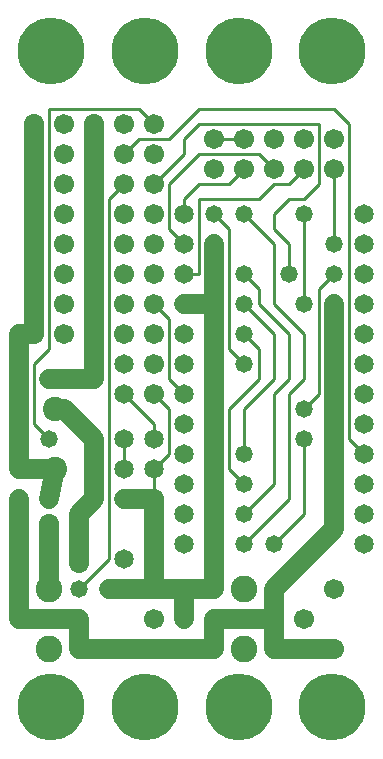
<source format=gbl>
%MOIN*%
%FSLAX25Y25*%
G04 D10 used for Character Trace; *
G04     Circle (OD=.01000) (No hole)*
G04 D11 used for Power Trace; *
G04     Circle (OD=.06700) (No hole)*
G04 D12 used for Signal Trace; *
G04     Circle (OD=.01100) (No hole)*
G04 D13 used for Via; *
G04     Circle (OD=.05800) (Round. Hole ID=.02800)*
G04 D14 used for Component hole; *
G04     Circle (OD=.06500) (Round. Hole ID=.03500)*
G04 D15 used for Component hole; *
G04     Circle (OD=.06700) (Round. Hole ID=.04300)*
G04 D16 used for Component hole; *
G04     Circle (OD=.08100) (Round. Hole ID=.05100)*
G04 D17 used for Component hole; *
G04     Circle (OD=.08900) (Round. Hole ID=.05900)*
G04 D18 used for Component hole; *
G04     Circle (OD=.11300) (Round. Hole ID=.08300)*
G04 D19 used for Component hole; *
G04     Circle (OD=.16000) (Round. Hole ID=.13000)*
G04 D20 used for Component hole; *
G04     Circle (OD=.18300) (Round. Hole ID=.15300)*
G04 D21 used for Component hole; *
G04     Circle (OD=.22291) (Round. Hole ID=.19291)*
%ADD10C,.01000*%
%ADD11C,.06700*%
%ADD12C,.01100*%
%ADD13C,.05800*%
%ADD14C,.06500*%
%ADD15C,.06700*%
%ADD16C,.08100*%
%ADD17C,.08900*%
%ADD18C,.11300*%
%ADD19C,.16000*%
%ADD20C,.18300*%
%ADD21C,.22291*%
%IPPOS*%
%LPD*%
G90*X0Y0D02*D21*X15625Y15625D03*D14*              
X35000Y35000D03*D11*X25000D01*Y45000D01*X5000D01* 
Y85000D01*D13*D03*D15*X15000Y76700D03*D11*        
Y63700D01*D15*D03*D11*Y55000D01*D17*D03*D15*      
X25000Y63700D03*D11*Y76700D01*D15*D03*D11*        
Y80000D01*X30000Y85000D01*Y105000D01*             
X20000Y115000D01*X17000D01*D16*D03*D12*           
X15000Y105000D02*X10000Y110000D01*D13*            
X15000Y105000D03*D12*X10000Y110000D02*Y130000D01* 
X15000Y135000D01*Y215000D01*X45000D01*            
X50000Y210000D01*D15*D03*D12*X45000Y205000D02*    
X55000D01*X40000Y200000D02*X45000Y205000D01*D15*  
X40000Y200000D03*X50000Y190000D03*D12*            
X60000Y200000D01*Y205000D01*X65000Y210000D01*     
X105000D01*Y190000D01*X100000Y185000D01*X95000D01*
X90000Y180000D01*Y175000D01*X95000Y170000D01*     
Y160000D01*D13*D03*D12*Y140000D02*                
X85000Y150000D01*X95000Y125000D02*Y140000D01*     
X90000Y120000D02*X95000Y125000D01*X90000Y90000D02*
Y120000D01*X80000Y80000D02*X90000Y90000D01*D13*   
X80000Y80000D03*X90000Y70000D03*D12*              
X100000Y80000D01*Y105000D01*D13*D03*              
X110000Y95000D03*D11*Y75000D01*X90000Y55000D01*   
Y45000D01*Y35000D01*X110000D01*D15*D03*           
X100000Y45000D03*D11*X70000D02*X90000D01*         
X70000Y35000D02*Y45000D01*X35000Y35000D02*        
X70000D01*D15*X50000Y45000D03*D11*X35000Y55000D02*
X50000D01*D14*X35000D03*X40000Y65000D03*D12*      
X25000Y55000D02*X35000Y65000D01*D13*              
X25000Y55000D03*D12*X35000Y65000D02*Y185000D01*   
X40000Y190000D01*D15*D03*X50000Y180000D03*        
Y200000D03*X30000D03*D11*Y190000D01*D15*D03*D11*  
Y180000D01*D15*D03*D11*Y170000D01*D15*D03*D11*    
Y160000D01*D15*D03*D11*Y150000D01*D15*D03*D11*    
Y140000D01*D15*D03*D11*Y125000D01*X15000D01*D13*  
D03*D15*X20000Y140000D03*X10000D03*D11*X5000D01*  
Y95000D01*X17000D01*D16*D03*D11*X15000Y85000D01*  
D13*D03*D14*X40000D03*D11*X50000D01*D15*D03*D11*  
Y55000D01*X60000D01*Y45000D01*D13*D03*D11*        
Y55000D02*X70000D01*Y150000D01*X60000D01*D14*D03* 
D12*X55000Y125000D02*Y145000D01*X60000Y120000D02* 
X55000Y125000D01*D14*X60000Y120000D03*D12*        
X55000Y100000D02*Y115000D01*X50000Y95000D02*      
X55000Y100000D01*D14*X50000Y95000D03*D12*         
Y85000D01*D14*X40000Y95000D03*D12*Y105000D01*D14* 
D03*X50000D03*D12*Y110000D01*X40000Y120000D01*D14*
D03*D15*X50000Y130000D03*Y120000D03*D12*          
X55000Y115000D01*D14*X60000Y110000D03*            
X40000Y130000D03*X60000D03*Y100000D03*D12*        
X80000Y90000D02*X75000Y95000D01*D13*              
X80000Y90000D03*D12*X75000Y95000D02*Y115000D01*   
X85000Y125000D01*Y135000D01*X80000Y140000D01*D13* 
D03*D12*Y130000D02*X75000Y135000D01*D13*          
X80000Y130000D03*D12*X75000Y135000D02*Y175000D01* 
X70000Y180000D01*D13*D03*D12*X65000Y160000D02*    
Y185000D01*X60000Y160000D02*X65000D01*D14*        
X60000D03*D11*X70000Y150000D02*Y170000D01*D13*D03*
X80000Y160000D03*D12*X85000Y155000D01*Y150000D01* 
X100000Y140000D02*X90000Y150000D01*               
X100000Y125000D02*Y140000D01*X95000Y120000D02*    
X100000Y125000D01*X95000Y85000D02*Y120000D01*     
X80000Y70000D02*X95000Y85000D01*D13*              
X80000Y70000D03*D17*Y55000D03*D14*X60000Y90000D03*
Y80000D03*Y70000D03*D15*X110000Y55000D03*D13*     
X80000Y100000D03*D12*Y115000D01*X90000Y125000D01* 
Y140000D01*X80000Y150000D01*D13*D03*D12*X90000D02*
Y170000D01*X80000Y180000D01*D13*D03*D12*          
X65000Y185000D02*X85000D01*D14*X60000Y180000D03*  
D12*Y185000D01*X65000Y190000D01*X75000D01*        
X80000Y195000D01*D15*D03*D12*X90000D02*           
X85000Y200000D01*D15*X90000Y195000D03*D12*        
Y190000D02*X95000D01*X85000Y185000D02*            
X90000Y190000D01*X95000D02*X100000Y195000D01*D15* 
D03*X110000Y205000D03*X90000D03*X110000Y195000D03*
D12*Y170000D01*D13*D03*D14*X120000Y160000D03*     
Y180000D03*D13*X100000D03*D12*Y150000D01*D13*D03* 
D12*X105000Y120000D02*Y155000D01*                 
X100000Y115000D02*X105000Y120000D01*D13*          
X100000Y115000D03*D12*X120000Y100000D02*          
X115000Y105000D01*D14*X120000Y100000D03*D12*      
X115000Y105000D02*Y210000D01*X110000Y215000D01*   
X65000D01*X55000Y205000D01*Y190000D02*            
X65000Y200000D01*X55000Y175000D02*Y190000D01*     
X60000Y170000D02*X55000Y175000D01*D14*            
X60000Y170000D03*D15*X50000Y160000D03*Y170000D03* 
X40000Y150000D03*Y180000D03*X50000Y150000D03*D12* 
X55000Y145000D01*D14*X60000Y140000D03*D15*        
X50000D03*X40000Y160000D03*Y140000D03*Y170000D03* 
X20000Y180000D03*Y170000D03*Y160000D03*Y150000D03*
X10000Y190000D03*D11*Y180000D01*D15*D03*D11*      
Y170000D01*D15*D03*D11*Y160000D01*D15*D03*D11*    
Y150000D01*D15*D03*D11*Y140000D01*D15*            
X20000Y190000D03*D11*X10000D02*Y200000D01*D15*D03*
D11*Y210000D01*D15*D03*X20000Y200000D03*          
Y210000D03*D11*X30000Y200000D02*Y210000D01*D15*   
D03*X40000D03*D21*X46875Y234375D03*X15625D03*D12* 
X65000Y200000D02*X85000D01*D15*X80000Y205000D03*  
D12*X70000D01*D15*D03*Y195000D03*D21*             
X78125Y234375D03*D15*X100000Y205000D03*D21*       
X109375Y234375D03*D13*X110000Y160000D03*D12*      
X105000Y155000D01*D13*X110000Y150000D03*D11*      
Y95000D01*D14*X120000Y90000D03*Y110000D03*        
Y80000D03*Y120000D03*Y70000D03*Y130000D03*        
Y140000D03*Y150000D03*D17*X80000Y35000D03*D14*    
X120000Y170000D03*D21*X46875Y15625D03*X78125D03*  
X109375D03*D17*X15000Y35000D03*M02*               

</source>
